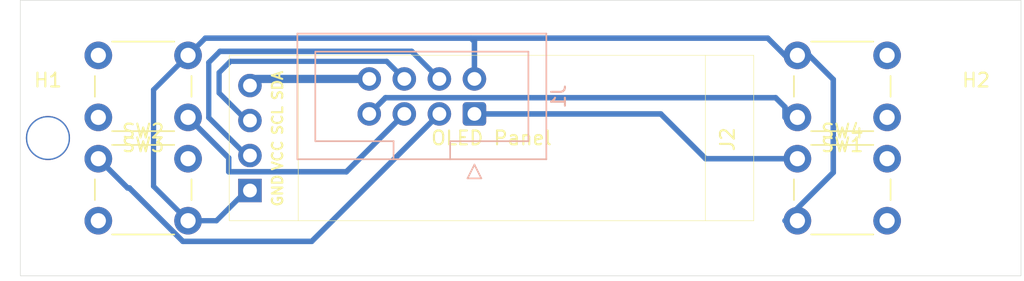
<source format=kicad_pcb>
(kicad_pcb (version 20211014) (generator pcbnew)
  (title_block (rev "1"))
  (layers (0 "F.Cu" signal "Front") (1 "In1.Cu" signal) (2 "In2.Cu" signal) (31 "B.Cu" signal "Back") (34 "B.Paste" user) (35 "F.Paste" user) (36 "B.SilkS" user "B.Silkscreen") (37 "F.SilkS" user "F.Silkscreen") (38 "B.Mask" user) (39 "F.Mask" user) (44 "Edge.Cuts" user))
  (net 0 "")
  (net 1 "GND")
  (net 2 "+3V3")
  (net 3 "SLC")
  (net 4 "SDA")
  (net 5 "BUTTON_TIMER")
  (net 6 "BUTTON_DOWN")
  (net 7 "BUTTON_UP")
  (net 8 "BUTTON_X")
  (footprint "Button_Switch_THT:SW_PUSH_6mm_H4.3mm" (layer "F.Cu") (at 160.8 105.5)
    (fp_text reference "SW4" (at 3.25 -2) (layer "F.SilkS"))
    (fp_text value "BUTTON_TIME")
    (fp_line (start 5.5 -1) (end 1 -1) (layer "F.SilkS") (width 0.12))
    (fp_line (start 1 5.5) (end 5.5 5.5) (layer "F.SilkS") (width 0.12))
    (fp_line (start -0.25 1.5) (end -0.25 3) (layer "F.SilkS") (width 0.12))
    (fp_line (start 6.75 3) (end 6.75 1.5) (layer "F.SilkS") (width 0.12))
    (pad "1" thru_hole circle locked (at 0 0 90) (size 2 2) (drill 1.1) (layers *.Cu *.Mask) (net 5 "BUTTON_TIMER"))
    (pad "1" thru_hole circle locked (at 6.5 0 90) (size 2 2) (drill 1.1) (layers *.Cu *.Mask) (net 5 "BUTTON_TIMER"))
    (pad "2" thru_hole circle locked (at 6.5 4.5 90) (size 2 2) (drill 1.1) (layers *.Cu *.Mask) (net 1 "GND"))
    (pad "2" thru_hole circle locked (at 0 4.5 90) (size 2 2) (drill 1.1) (layers *.Cu *.Mask) (net 1 "GND"))
  )
  (footprint "Button_Switch_THT:SW_PUSH_6mm_H4.3mm" (layer "F.Cu") (at 110.15 105.5)
    (fp_text reference "SW2" (at 3.25 -2) (layer "F.SilkS"))
    (fp_text value "BUTTON_DOWN")
    (fp_line (start 5.5 -1) (end 1 -1) (layer "F.SilkS") (width 0.12))
    (fp_line (start -0.25 1.5) (end -0.25 3) (layer "F.SilkS") (width 0.12))
    (fp_line (start 1 5.5) (end 5.5 5.5) (layer "F.SilkS") (width 0.12))
    (fp_line (start 6.75 3) (end 6.75 1.5) (layer "F.SilkS") (width 0.12))
    (pad "1" thru_hole circle locked (at 6.5 0 90) (size 2 2) (drill 1.1) (layers *.Cu *.Mask) (net 6 "BUTTON_DOWN"))
    (pad "1" thru_hole circle locked (at 0 0 90) (size 2 2) (drill 1.1) (layers *.Cu *.Mask) (net 6 "BUTTON_DOWN"))
    (pad "2" thru_hole circle locked (at 0 4.5 90) (size 2 2) (drill 1.1) (layers *.Cu *.Mask) (net 1 "GND"))
    (pad "2" thru_hole circle locked (at 6.5 4.5 90) (size 2 2) (drill 1.1) (layers *.Cu *.Mask) (net 1 "GND"))
  )
  (footprint "Button_Switch_THT:SW_PUSH_6mm_H4.3mm" (layer "F.Cu") (at 167.3 102.5 180)
    (fp_text reference "SW1" (at 3.25 -2) (layer "F.SilkS"))
    (fp_text value "X")
    (fp_line (start 5.5 -1) (end 1 -1) (layer "F.SilkS") (width 0.12))
    (fp_line (start 1 5.5) (end 5.5 5.5) (layer "F.SilkS") (width 0.12))
    (fp_line (start 6.75 3) (end 6.75 1.5) (layer "F.SilkS") (width 0.12))
    (fp_line (start -0.25 1.5) (end -0.25 3) (layer "F.SilkS") (width 0.12))
    (pad "1" thru_hole circle locked (at 6.5 0 270) (size 2 2) (drill 1.1) (layers *.Cu *.Mask) (net 8 "BUTTON_X"))
    (pad "1" thru_hole circle locked (at 0 0 270) (size 2 2) (drill 1.1) (layers *.Cu *.Mask) (net 8 "BUTTON_X"))
    (pad "2" thru_hole circle locked (at 0 4.5 270) (size 2 2) (drill 1.1) (layers *.Cu *.Mask) (net 1 "GND"))
    (pad "2" thru_hole circle locked (at 6.5 4.5 270) (size 2 2) (drill 1.1) (layers *.Cu *.Mask) (net 1 "GND"))
  )
  (footprint "!my-kicad-library:SSD1306-0.91-OLED-4pin-128x32" (layer "F.Cu") (at 157.635 110 180)
    (fp_text reference "J2" (at 1.9 5.91 90) (layer "F.SilkS"))
    (fp_text value "OLED DISPLAY")
    (fp_text user "OLED Panel" (at 19 6) (layer "F.SilkS"))
    (fp_text user "GND" (at 34.5 2.19 90) (layer "F.SilkS") (effects (font (size 0.75 0.75))))
    (fp_text user "SDA" (at 34.5 9.81 90) (layer "F.SilkS") (effects (font (size 0.75 0.75))))
    (fp_text user "VCC" (at 34.5 4.73 90) (layer "F.SilkS") (effects (font (size 0.75 0.75))))
    (fp_text user "SCL" (at 34.5 7.27 90) (layer "F.SilkS") (effects (font (size 0.75 0.75))))
    (fp_line (start 3.5 0) (end 3.5 12) (layer "F.SilkS") (width 0.04))
    (fp_line (start 33 0) (end 33 12) (layer "F.SilkS") (width 0.04))
    (fp_line (start 38 0) (end 0 0) (layer "F.SilkS") (width 0.04))
    (fp_line (start 0 12) (end 38 12) (layer "F.SilkS") (width 0.04))
    (fp_line (start 38 12) (end 38 0) (layer "F.SilkS") (width 0.04))
    (fp_line (start 0 0) (end 0 12) (layer "F.SilkS") (width 0.04))
    (pad "1" thru_hole rect (at 36.5 2.19 180) (size 1.7 1.7) (drill 1) (layers *.Cu *.Mask) (net 1 "GND"))
    (pad "2" thru_hole oval (at 36.5 4.73 180) (size 1.7 1.7) (drill 1) (layers *.Cu *.Mask) (net 2 "+3V3"))
    (pad "3" thru_hole oval (at 36.5 7.27 180) (size 1.7 1.7) (drill 1) (layers *.Cu *.Mask) (net 3 "SLC"))
    (pad "4" thru_hole oval (at 36.5 9.81 180) (size 1.7 1.7) (drill 1) (layers *.Cu *.Mask) (net 4 "SDA"))
  )
  (footprint "Button_Switch_THT:SW_PUSH_6mm_H4.3mm" (layer "F.Cu") (at 116.65 102.5 180)
    (fp_text reference "SW3" (at 3.25 -2) (layer "F.SilkS"))
    (fp_text value "BUTTON_UP")
    (fp_line (start 6.75 3) (end 6.75 1.5) (layer "F.SilkS") (width 0.12))
    (fp_line (start 5.5 -1) (end 1 -1) (layer "F.SilkS") (width 0.12))
    (fp_line (start -0.25 1.5) (end -0.25 3) (layer "F.SilkS") (width 0.12))
    (fp_line (start 1 5.5) (end 5.5 5.5) (layer "F.SilkS") (width 0.12))
    (pad "1" thru_hole circle locked (at 0 0 270) (size 2 2) (drill 1.1) (layers *.Cu *.Mask) (net 7 "BUTTON_UP"))
    (pad "1" thru_hole circle locked (at 6.5 0 270) (size 2 2) (drill 1.1) (layers *.Cu *.Mask) (net 7 "BUTTON_UP"))
    (pad "2" thru_hole circle locked (at 0 4.5 270) (size 2 2) (drill 1.1) (layers *.Cu *.Mask) (net 1 "GND"))
    (pad "2" thru_hole circle locked (at 6.5 4.5 270) (size 2 2) (drill 1.1) (layers *.Cu *.Mask) (net 1 "GND"))
  )
  (footprint "MountingHole:MountingHole_3.2mm_M3" (layer "F.Cu") (at 173.75 104)
    (fp_text reference "H2" (at 0 -4.2) (layer "F.SilkS"))
    (fp_text value "MountingHole" hide)
    (pad "" np_thru_hole circle locked (at 0 0) (size 3 3) (drill 3) (layers F&B.Cu *.Mask))
  )
  (footprint "MountingHole:MountingHole_3.2mm_M3" (layer "F.Cu") (at 106.5 104)
    (fp_text reference "H1" (at 0 -4.2) (layer "F.SilkS"))
    (fp_text value "MountingHole" hide)
    (pad "" np_thru_hole circle locked (at 0 0) (size 3.2 3.2) (drill 3) (layers F&B.Cu *.Mask))
  )
  (footprint "Connector_IDC:IDC-Header_2x04_P2.54mm_Vertical" (layer "B.Cu") (at 137.4 102.25 90)
    (fp_text reference "J1" (at 1.27 6.1 90) (layer "B.SilkS") (effects (justify mirror)))
    (fp_text value "TO_PWR_BOARD")
    (fp_line (start -4.68 -0.5) (end -3.68 0) (layer "B.SilkS") (width 0.12))
    (fp_line (start -1.98 -11.53) (end -1.98 -5.86) (layer "B.SilkS") (width 0.12))
    (fp_line (start -1.98 -5.86) (end -3.29 -5.86) (layer "B.SilkS") (width 0.12))
    (fp_line (start -3.29 5.21) (end 5.83 5.21) (layer "B.SilkS") (width 0.12))
    (fp_line (start -3.29 -1.76) (end -1.98 -1.76) (layer "B.SilkS") (width 0.12))
    (fp_line (start 4.52 -11.53) (end -1.98 -11.53) (layer "B.SilkS") (width 0.12))
    (fp_line (start 4.52 3.91) (end 4.52 -11.53) (layer "B.SilkS") (width 0.12))
    (fp_line (start -3.29 -12.83) (end -3.29 5.21) (layer "B.SilkS") (width 0.12))
    (fp_line (start 5.83 -12.83) (end -3.29 -12.83) (layer "B.SilkS") (width 0.12))
    (fp_line (start -1.98 -5.86) (end -1.98 -5.86) (layer "B.SilkS") (width 0.12))
    (fp_line (start 5.83 5.21) (end 5.83 -12.83) (layer "B.SilkS") (width 0.12))
    (fp_line (start -1.98 -1.76) (end -1.98 3.91) (layer "B.SilkS") (width 0.12))
    (fp_line (start -1.98 3.91) (end 4.52 3.91) (layer "B.SilkS") (width 0.12))
    (fp_line (start -3.68 0) (end -4.68 0.5) (layer "B.SilkS") (width 0.12))
    (fp_line (start -4.68 0.5) (end -4.68 -0.5) (layer "B.SilkS") (width 0.12))
    (pad "1" thru_hole roundrect locked (at 0 0 90) (size 1.7 1.7) (drill 1) (layers *.Cu *.Mask) (roundrect_rratio 0.147059) (net 5 "BUTTON_TIMER"))
    (pad "2" thru_hole circle locked (at 2.54 0 90) (size 1.7 1.7) (drill 1) (layers *.Cu *.Mask) (net 1 "GND"))
    (pad "3" thru_hole circle locked (at 0 -2.54 90) (size 1.7 1.7) (drill 1) (layers *.Cu *.Mask) (net 6 "BUTTON_DOWN"))
    (pad "4" thru_hole circle locked (at 2.54 -2.54 90) (size 1.7 1.7) (drill 1) (layers *.Cu *.Mask) (net 2 "+3V3"))
    (pad "5" thru_hole circle locked (at 0 -5.08 90) (size 1.7 1.7) (drill 1) (layers *.Cu *.Mask) (net 7 "BUTTON_UP"))
    (pad "6" thru_hole circle locked (at 2.54 -5.08 90) (size 1.7 1.7) (drill 1) (layers *.Cu *.Mask) (net 3 "SLC"))
    (pad "7" thru_hole circle locked (at 0 -7.62 90) (size 1.7 1.7) (drill 1) (layers *.Cu *.Mask) (net 8 "BUTTON_X"))
    (pad "8" thru_hole circle locked (at 2.54 -7.62 90) (size 1.7 1.7) (drill 1) (layers *.Cu *.Mask) (net 4 "SDA"))
  )
  (gr_rect (start 104.5 94) (end 177 114) (layer "Edge.Cuts") (width 0.0381) (fill none))
  (segment (start 163.399998 99.749991) (end 163.399998 106.49999) (width 0.4) (layer "B.Cu") (net 1))
  (segment (start 117.9 96.75) (end 137.15 96.75) (width 0.4) (layer "B.Cu") (net 1))
  (segment (start 163.399998 106.49999) (end 159.900005 110.000009) (width 0.4) (layer "B.Cu") (net 1))
  (segment (start 118.71 110) (end 120.9 107.81) (width 0.381) (layer "B.Cu") (net 1))
  (segment (start 116.65 110) (end 118.71 110) (width 0.381) (layer "B.Cu") (net 1))
  (segment (start 158.65 96.75) (end 159.9 98) (width 0.4) (layer "B.Cu") (net 1))
  (segment (start 137.15 96.75) (end 158.65 96.75) (width 0.4) (layer "B.Cu") (net 1))
  (segment (start 116.65 98) (end 117.9 96.75) (width 0.381) (layer "B.Cu") (net 1))
  (segment (start 159.9 98) (end 161.65 98) (width 0.4) (layer "B.Cu") (net 1))
  (segment (start 114.15 107.5) (end 116.65 110) (width 0.381) (layer "B.Cu") (net 1))
  (segment (start 116.65 98) (end 114.15 100.5) (width 0.381) (layer "B.Cu") (net 1))
  (segment (start 161.65 98) (end 163.4 99.75) (width 0.4) (layer "B.Cu") (net 1))
  (segment (start 114.15 100.5) (end 114.15 107.5) (width 0.381) (layer "B.Cu") (net 1))
  (segment (start 137.4 99.71) (end 137.4 97) (width 0.4) (layer "B.Cu") (net 1))
  (segment (start 137.4 97) (end 137.15 96.75) (width 0.4) (layer "B.Cu") (net 1))
  (segment (start 118.15 102.52) (end 120.9 105.27) (width 0.381) (layer "B.Cu") (net 2))
  (segment (start 132.85697 97.70697) (end 118.960422 97.70697) (width 0.4) (layer "B.Cu") (net 2))
  (segment (start 118.15 98.517392) (end 118.15 102.52) (width 0.381) (layer "B.Cu") (net 2))
  (segment (start 134.86 99.71) (end 132.85697 97.70697) (width 0.381) (layer "B.Cu") (net 2))
  (segment (start 118.960422 97.70697) (end 118.15 98.517392) (width 0.381) (layer "B.Cu") (net 2))
  (segment (start 131.043489 98.433489) (end 119.716511 98.433489) (width 0.381) (layer "B.Cu") (net 3))
  (segment (start 119.716511 98.433489) (end 118.9 99.25) (width 0.381) (layer "B.Cu") (net 3))
  (segment (start 118.9 99.25) (end 118.9 100.73) (width 0.381) (layer "B.Cu") (net 3))
  (segment (start 118.9 100.73) (end 120.9 102.73) (width 0.381) (layer "B.Cu") (net 3))
  (segment (start 132.32 99.71) (end 131.043489 98.433489) (width 0.381) (layer "B.Cu") (net 3))
  (segment (start 129.78 99.71) (end 121.38 99.71) (width 0.6) (layer "B.Cu") (net 4))
  (segment (start 121.38 99.71) (end 120.9 100.19) (width 0.6) (layer "B.Cu") (net 4))
  (segment (start 137.4 102.25) (end 150.9 102.25) (width 0.4) (layer "B.Cu") (net 5))
  (segment (start 150.9 102.25) (end 154.15 105.5) (width 0.4) (layer "B.Cu") (net 5))
  (segment (start 154.15 105.5) (end 159.9 105.5) (width 0.4) (layer "B.Cu") (net 5))
  (segment (start 112.4 107.625971) (end 112.275971 107.625971) (width 0.4) (layer "B.Cu") (net 6))
  (segment (start 134.86 102.25) (end 125.61 111.5) (width 0.4) (layer "B.Cu") (net 6))
  (segment (start 112.275971 107.625971) (end 110.15 105.5) (width 0.4) (layer "B.Cu") (net 6))
  (segment (start 116.274029 111.5) (end 112.4 107.625971) (width 0.4) (layer "B.Cu") (net 6))
  (segment (start 125.61 111.5) (end 116.274029 111.5) (width 0.4) (layer "B.Cu") (net 6))
  (segment (start 128.123489 106.446511) (end 119.596511 106.446511) (width 0.4) (layer "B.Cu") (net 7))
  (segment (start 119.596511 106.446511) (end 119.596511 105.446511) (width 0.4) (layer "B.Cu") (net 7))
  (segment (start 132.32 102.25) (end 128.123489 106.446511) (width 0.4) (layer "B.Cu") (net 7))
  (segment (start 119.596511 105.446511) (end 116.65 102.5) (width 0.4) (layer "B.Cu") (net 7))
  (segment (start 159.223489 101.073489) (end 159.9 101.75) (width 0.4) (layer "B.Cu") (net 8))
  (segment (start 130.956511 101.073489) (end 159.223489 101.073489) (width 0.4) (layer "B.Cu") (net 8))
  (segment (start 129.78 102.25) (end 130.956511 101.073489) (width 0.4) (layer "B.Cu") (net 8))
  (segment (start 159.9 101.75) (end 159.9 102.5) (width 0.4) (layer "B.Cu") (net 8))
)
</source>
